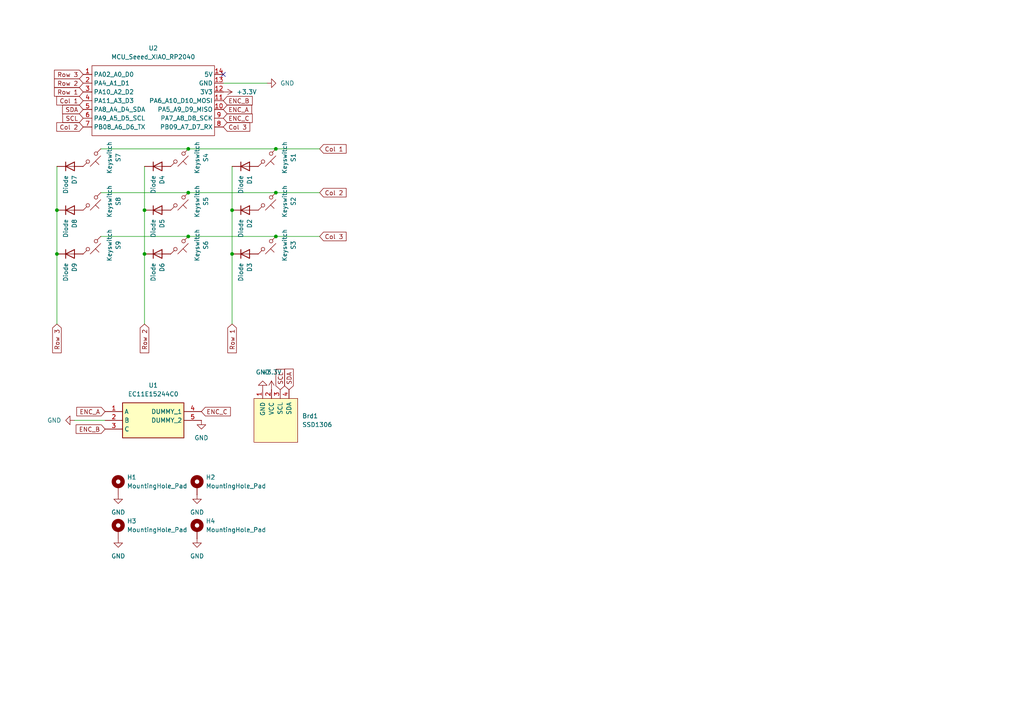
<source format=kicad_sch>
(kicad_sch (version 20231120) (generator "eeschema") (generator_version "8.0")
  (paper "A4")
  (lib_symbols
    (symbol "Mechanical:MountingHole_Pad" (pin_numbers hide) (pin_names (offset 1.016) hide) (exclude_from_sim yes) (in_bom no)
      (property "Reference" "H" (at 0 6.35 0))
      (property "Value" "MountingHole_Pad" (at 0 4.445 0))
      (symbol "MountingHole_Pad_0_1"
        (circle (center 0 1.27) (radius 1.27) (stroke (width 1.27)))
      )
      (symbol "MountingHole_Pad_1_1"
        (pin input line (at 0 -2.54 90) (length 2.54) (name "1") (number "1"))
      )
    )
    (symbol "ScottoKeebs:MCU_Seeed_XIAO_RP2040"
      (property "Reference" "U" (at -16.51 11.43 0))
      (property "Value" "MCU_Seeed_XIAO_RP2040" (at -3.81 -11.43 0))
      (symbol "MCU_Seeed_XIAO_RP2040_0_1"
        (rectangle (start -16.51 10.16) (end 19.05 -10.16))
      )
      (symbol "MCU_Seeed_XIAO_RP2040_1_1"
        (pin passive line (at -19.05 7.62 0) (length 2.54) (name "PA02_A0_D0") (number "1"))
        (pin passive line (at 21.59 -2.54 180) (length 2.54) (name "PA5_A9_D9_MISO") (number "10"))
        (pin passive line (at 21.59 0 180) (length 2.54) (name "PA6_A10_D10_MOSI") (number "11"))
        (pin passive line (at 21.59 2.54 180) (length 2.54) (name "3V3") (number "12"))
        (pin passive line (at 21.59 5.08 180) (length 2.54) (name "GND") (number "13"))
        (pin passive line (at 21.59 7.62 180) (length 2.54) (name "5V") (number "14"))
        (pin passive line (at -19.05 5.08 0) (length 2.54) (name "PA4_A1_D1") (number "2"))
        (pin passive line (at -19.05 2.54 0) (length 2.54) (name "PA10_A2_D2") (number "3"))
        (pin passive line (at -19.05 0 0) (length 2.54) (name "PA11_A3_D3") (number "4"))
        (pin passive line (at -19.05 -2.54 0) (length 2.54) (name "PA8_A4_D4_SDA") (number "5"))
        (pin passive line (at -19.05 -5.08 0) (length 2.54) (name "PA9_A5_D5_SCL") (number "6"))
        (pin passive line (at -19.05 -7.62 0) (length 2.54) (name "PB08_A6_D6_TX") (number "7"))
        (pin passive line (at 21.59 -7.62 180) (length 2.54) (name "PB09_A7_D7_RX") (number "8"))
        (pin passive line (at 21.59 -5.08 180) (length 2.54) (name "PA7_A8_D8_SCK") (number "9"))
      )
    )
    (symbol "ScottoKeebs:Placeholder_Diode" (pin_numbers hide) (pin_names hide)
      (property "Reference" "D" (at 0 2.54 0))
      (property "Value" "Diode" (at 0 -2.54 0))
      (symbol "Placeholder_Diode_0_1"
        (polyline (pts (xy -1.27 1.27) (xy -1.27 -1.27)) (stroke (width 0.254)))
        (polyline (pts (xy 1.27 0) (xy -1.27 0)))
        (polyline (pts (xy 1.27 1.27) (xy 1.27 -1.27) (xy -1.27 0) (xy 1.27 1.27)) (stroke (width 0.254)))
      )
      (symbol "Placeholder_Diode_1_1"
        (pin passive line (at -3.81 0 0) (length 2.54) (name "K") (number "1"))
        (pin passive line (at 3.81 0 180) (length 2.54) (name "A") (number "2"))
      )
    )
    (symbol "ScottoKeebs:Placeholder_Keyswitch" (pin_numbers hide) (pin_names (offset 1.016) hide)
      (property "Reference" "S" (at 3.048 1.016 0))
      (property "Value" "Keyswitch" (at 0 -3.81 0))
      (symbol "Placeholder_Keyswitch_0_1"
        (circle (center -1.1684 1.1684) (radius 0.508))
        (polyline (pts (xy -0.508 2.54) (xy 2.54 -0.508)))
        (polyline (pts (xy 1.016 1.016) (xy 2.032 2.032)))
        (polyline (pts (xy -2.54 2.54) (xy -1.524 1.524) (xy -1.524 1.524)))
        (polyline (pts (xy 1.524 -1.524) (xy 2.54 -2.54) (xy 2.54 -2.54) (xy 2.54 -2.54)))
        (circle (center 1.143 -1.1938) (radius 0.508))
        (pin passive line (at -2.54 2.54 0) (length 0) (name "1") (number "1"))
        (pin passive line (at 2.54 -2.54 180) (length 0) (name "2") (number "2"))
      )
    )
    (symbol "display:SSD1306" (pin_names (offset 1.016))
      (property "Reference" "Brd" (at 0 -3.81 0))
      (property "Value" "SSD1306" (at 0 -1.27 0))
      (symbol "SSD1306_0_1"
        (rectangle (start -6.35 6.35) (end 6.35 -6.35) (fill (type background)))
      )
      (symbol "SSD1306_1_1"
        (pin input line (at -3.81 8.89 270) (length 2.54) (name "GND") (number "1"))
        (pin input line (at -1.27 8.89 270) (length 2.54) (name "VCC") (number "2"))
        (pin input line (at 1.27 8.89 270) (length 2.54) (name "SCL") (number "3"))
        (pin input line (at 3.81 8.89 270) (length 2.54) (name "SDA") (number "4"))
      )
    )
    (symbol "power:+3.3V" (power) (pin_numbers hide) (pin_names (offset 0) hide)
      (property "Value" "+3.3V" (at 0 3.556 0))
      (symbol "+3.3V_0_1"
        (polyline (pts (xy -0.762 1.27) (xy 0 2.54)))
        (polyline (pts (xy 0 0) (xy 0 2.54)))
        (polyline (pts (xy 0 2.54) (xy 0.762 1.27)))
      )
      (symbol "+3.3V_1_1"
        (pin power_in line (at 0 0 90) (length 0) (name "~") (number "1"))
      )
    )
    (symbol "power:GND" (power) (pin_numbers hide) (pin_names (offset 0) hide)
      (property "Value" "GND" (at 0 -3.81 0))
      (symbol "GND_0_1"
        (polyline (pts (xy 0 0) (xy 0 -1.27) (xy 1.27 -1.27) (xy 0 -2.54) (xy -1.27 -1.27) (xy 0 -1.27)))
      )
      (symbol "GND_1_1"
        (pin power_in line (at 0 0 270) (length 0) (name "~") (number "1"))
      )
    )
    (symbol "rotary:EC11E15244C0"
      (property "Reference" "U" (at 24.13 7.62 0))
      (property "Value" "EC11E15244C0" (at 24.13 5.08 0))
      (symbol "EC11E15244C0_1_1"
        (rectangle (start 5.08 2.54) (end 22.86 -7.62) (stroke (width 0.254)) (fill (type background)))
        (pin passive line (at 0 0 0) (length 5.08) (name "A") (number "1"))
        (pin passive line (at 0 -2.54 0) (length 5.08) (name "B") (number "2"))
        (pin passive line (at 0 -5.08 0) (length 5.08) (name "C") (number "3"))
        (pin passive line (at 27.94 0 180) (length 5.08) (name "DUMMY_1") (number "4"))
        (pin passive line (at 27.94 -2.54 180) (length 5.08) (name "DUMMY_2") (number "5"))
      )
    )
  )
  (junction (at 54.61 55.88))
  (junction (at 67.31 60.96))
  (junction (at 41.91 73.66))
  (junction (at 54.61 68.58))
  (junction (at 16.51 60.96))
  (junction (at 41.91 60.96))
  (junction (at 80.01 55.88))
  (junction (at 54.61 43.18))
  (junction (at 80.01 43.18))
  (junction (at 80.01 68.58))
  (junction (at 67.31 73.66))
  (junction (at 16.51 73.66))
  (no_connect (at 64.77 21.59))
  (wire (pts (xy 54.61 55.88) (xy 29.21 55.88)))
  (wire (pts (xy 80.01 68.58) (xy 54.61 68.58)))
  (wire (pts (xy 92.71 55.88) (xy 80.01 55.88)))
  (wire (pts (xy 80.01 43.18) (xy 54.61 43.18)))
  (wire (pts (xy 80.01 55.88) (xy 54.61 55.88)))
  (wire (pts (xy 41.91 60.96) (xy 41.91 73.66)))
  (wire (pts (xy 41.91 73.66) (xy 41.91 93.98)))
  (wire (pts (xy 54.61 43.18) (xy 29.21 43.18)))
  (wire (pts (xy 67.31 60.96) (xy 67.31 73.66)))
  (wire (pts (xy 54.61 68.58) (xy 29.21 68.58)))
  (wire (pts (xy 41.91 48.26) (xy 41.91 60.96)))
  (wire (pts (xy 92.71 43.18) (xy 80.01 43.18)))
  (wire (pts (xy 16.51 73.66) (xy 16.51 93.98)))
  (wire (pts (xy 64.77 24.13) (xy 77.47 24.13)))
  (wire (pts (xy 67.31 73.66) (xy 67.31 93.98)))
  (wire (pts (xy 92.71 68.58) (xy 80.01 68.58)))
  (wire (pts (xy 16.51 48.26) (xy 16.51 60.96)))
  (wire (pts (xy 21.59 121.92) (xy 30.48 121.92)))
  (wire (pts (xy 67.31 48.26) (xy 67.31 60.96)))
  (wire (pts (xy 16.51 60.96) (xy 16.51 73.66)))
  (global_label "ENC_C" (shape input) (at 58.42 119.38 0) (property "Intersheetrefs" "${INTERSHEET_REFS}" (effects (hide yes))))
  (global_label "ENC_C" (shape input) (at 64.77 34.29 0) (property "Intersheetrefs" "${INTERSHEET_REFS}" (effects (hide yes))))
  (global_label "Col 3" (shape input) (at 92.71 68.58 0) (property "Intersheetrefs" "${INTERSHEET_REFS}" (effects (hide yes))))
  (global_label "Row 3" (shape input) (at 24.13 21.59 180) (property "Intersheetrefs" "${INTERSHEET_REFS}" (effects (hide yes))))
  (global_label "Col 1" (shape input) (at 24.13 29.21 180) (property "Intersheetrefs" "${INTERSHEET_REFS}" (effects (hide yes))))
  (global_label "SCL" (shape input) (at 24.13 34.29 180) (property "Intersheetrefs" "${INTERSHEET_REFS}" (effects (hide yes))))
  (global_label "Col 2" (shape input) (at 24.13 36.83 180) (property "Intersheetrefs" "${INTERSHEET_REFS}" (effects (hide yes))))
  (global_label "Row 1" (shape input) (at 67.31 93.98 270) (property "Intersheetrefs" "${INTERSHEET_REFS}" (effects (hide yes))))
  (global_label "Col 1" (shape input) (at 92.71 43.18 0) (property "Intersheetrefs" "${INTERSHEET_REFS}" (effects (hide yes))))
  (global_label "ENC_B" (shape input) (at 30.48 124.46 180) (property "Intersheetrefs" "${INTERSHEET_REFS}" (effects (hide yes))))
  (global_label "ENC_B" (shape input) (at 64.77 29.21 0) (property "Intersheetrefs" "${INTERSHEET_REFS}" (effects (hide yes))))
  (global_label "Col 3" (shape input) (at 64.77 36.83 0) (property "Intersheetrefs" "${INTERSHEET_REFS}" (effects (hide yes))))
  (global_label "Row 2" (shape input) (at 41.91 93.98 270) (property "Intersheetrefs" "${INTERSHEET_REFS}" (effects (hide yes))))
  (global_label "ENC_A" (shape input) (at 64.77 31.75 0) (property "Intersheetrefs" "${INTERSHEET_REFS}" (effects (hide yes))))
  (global_label "SDA" (shape input) (at 83.82 113.03 90) (property "Intersheetrefs" "${INTERSHEET_REFS}" (effects (hide yes))))
  (global_label "Row 2" (shape input) (at 24.13 24.13 180) (property "Intersheetrefs" "${INTERSHEET_REFS}" (effects (hide yes))))
  (global_label "Col 2" (shape input) (at 92.71 55.88 0) (property "Intersheetrefs" "${INTERSHEET_REFS}" (effects (hide yes))))
  (global_label "SCL" (shape input) (at 81.28 113.03 90) (property "Intersheetrefs" "${INTERSHEET_REFS}" (effects (hide yes))))
  (global_label "Row 3" (shape input) (at 16.51 93.98 270) (property "Intersheetrefs" "${INTERSHEET_REFS}" (effects (hide yes))))
  (global_label "ENC_A" (shape input) (at 30.48 119.38 180) (property "Intersheetrefs" "${INTERSHEET_REFS}" (effects (hide yes))))
  (global_label "Row 1" (shape input) (at 24.13 26.67 180) (property "Intersheetrefs" "${INTERSHEET_REFS}" (effects (hide yes))))
  (global_label "SDA" (shape input) (at 24.13 31.75 180) (property "Intersheetrefs" "${INTERSHEET_REFS}" (effects (hide yes))))
  (symbol (lib_id "ScottoKeebs:Placeholder_Diode") (at 45.72 73.66 0) (unit 1)
    (property "Reference" "D6" (at 46.9901 76.2 90) (effects (justify right)))
    (property "Value" "Diode" (at 44.4501 76.2 90) (effects (justify right)))
    (property "Footprint" "ScottoKeebs_Components:Diode_DO-35" (effects (hide yes)))
    (property "Description" "1N4148 (DO-35) or 1N4148W (SOD-123)" (effects (hide yes)))
    (property "Sim.Device" "D" (effects (hide yes)))
    (property "Sim.Pins" "1=K 2=A" (effects (hide yes)))
  )
  (symbol (lib_id "ScottoKeebs:Placeholder_Keyswitch") (at 52.07 58.42 270) (unit 1)
    (property "Reference" "S5" (at 59.69 58.42 0))
    (property "Value" "Keyswitch" (at 57.15 58.42 0))
    (property "Footprint" "Kailh_PG1353_Hotswap:Kailh-PG1353-Hotswap-1U" (effects (hide yes)))
    (property "Description" "Push button switch, normally open, two pins, 45° tilted" (effects (hide yes)))
  )
  (symbol (lib_id "display:SSD1306") (at 80.01 121.92 0) (unit 1)
    (property "Reference" "Brd1" (at 87.63 120.6499 0) (effects (justify left)))
    (property "Value" "SSD1306" (at 87.63 123.1899 0) (effects (justify left)))
    (property "Footprint" "display:128x64OLED" (effects (hide yes)))
    (property "Description" "SSD1306 OLED" (effects (hide yes)))
  )
  (symbol (lib_id "ScottoKeebs:Placeholder_Diode") (at 71.12 60.96 0) (unit 1)
    (property "Reference" "D2" (at 72.3901 63.5 90) (effects (justify right)))
    (property "Value" "Diode" (at 69.8501 63.5 90) (effects (justify right)))
    (property "Footprint" "ScottoKeebs_Components:Diode_DO-35" (effects (hide yes)))
    (property "Description" "1N4148 (DO-35) or 1N4148W (SOD-123)" (effects (hide yes)))
    (property "Sim.Device" "D" (effects (hide yes)))
    (property "Sim.Pins" "1=K 2=A" (effects (hide yes)))
  )
  (symbol (lib_id "Mechanical:MountingHole_Pad") (at 34.29 140.97 0) (unit 1) (exclude_from_sim yes) (in_bom no)
    (property "Reference" "H1" (at 36.83 138.4299 0) (effects (justify left)))
    (property "Value" "MountingHole_Pad" (at 36.83 140.9699 0) (effects (justify left)))
    (property "Footprint" "MountingHole:MountingHole_2.5mm_Pad_Via" (effects (hide yes)))
    (property "Description" "Mounting Hole with connection" (effects (hide yes)))
  )
  (symbol (lib_id "ScottoKeebs:Placeholder_Diode") (at 45.72 60.96 0) (unit 1)
    (property "Reference" "D5" (at 46.9901 63.5 90) (effects (justify right)))
    (property "Value" "Diode" (at 44.4501 63.5 90) (effects (justify right)))
    (property "Footprint" "ScottoKeebs_Components:Diode_DO-35" (effects (hide yes)))
    (property "Description" "1N4148 (DO-35) or 1N4148W (SOD-123)" (effects (hide yes)))
    (property "Sim.Device" "D" (effects (hide yes)))
    (property "Sim.Pins" "1=K 2=A" (effects (hide yes)))
  )
  (symbol (lib_id "Mechanical:MountingHole_Pad") (at 34.29 153.67 0) (unit 1) (exclude_from_sim yes) (in_bom no)
    (property "Reference" "H3" (at 36.83 151.1299 0) (effects (justify left)))
    (property "Value" "MountingHole_Pad" (at 36.83 153.6699 0) (effects (justify left)))
    (property "Footprint" "MountingHole:MountingHole_2.5mm_Pad_Via" (effects (hide yes)))
    (property "Description" "Mounting Hole with connection" (effects (hide yes)))
  )
  (symbol (lib_id "ScottoKeebs:MCU_Seeed_XIAO_RP2040") (at 43.18 29.21 0) (unit 1)
    (property "Reference" "U2" (at 44.45 13.97 0))
    (property "Value" "MCU_Seeed_XIAO_RP2040" (at 44.45 16.51 0))
    (property "Footprint" "ScottoKeebs_MCU:Seeed_XIAO_RP2040" (effects (hide yes)))
  )
  (symbol (lib_id "ScottoKeebs:Placeholder_Diode") (at 45.72 48.26 0) (unit 1)
    (property "Reference" "D4" (at 46.9901 50.8 90) (effects (justify right)))
    (property "Value" "Diode" (at 44.4501 50.8 90) (effects (justify right)))
    (property "Footprint" "ScottoKeebs_Components:Diode_DO-35" (effects (hide yes)))
    (property "Description" "1N4148 (DO-35) or 1N4148W (SOD-123)" (effects (hide yes)))
    (property "Sim.Device" "D" (effects (hide yes)))
    (property "Sim.Pins" "1=K 2=A" (effects (hide yes)))
  )
  (symbol (lib_id "ScottoKeebs:Placeholder_Keyswitch") (at 52.07 45.72 270) (unit 1)
    (property "Reference" "S4" (at 59.69 45.72 0))
    (property "Value" "Keyswitch" (at 57.15 45.72 0))
    (property "Footprint" "Kailh_PG1353_Hotswap:Kailh-PG1353-Hotswap-1U" (effects (hide yes)))
    (property "Description" "Push button switch, normally open, two pins, 45° tilted" (effects (hide yes)))
  )
  (symbol (lib_id "power:GND") (at 76.2 113.03 180) (unit 1)
    (property "Reference" "#PWR05" (effects (hide yes)))
    (property "Value" "GND" (at 76.2 107.95 0))
    (property "Description" "Power symbol creates a global label with name \"GND\" , ground" (effects (hide yes)))
  )
  (symbol (lib_id "power:+3.3V") (at 78.74 113.03 0) (unit 1)
    (property "Reference" "#PWR04" (effects (hide yes)))
    (property "Value" "+3.3V" (at 78.74 107.95 0))
    (property "Description" "Power symbol creates a global label with name \"+3.3V\"" (effects (hide yes)))
  )
  (symbol (lib_id "power:+3.3V") (at 64.77 26.67 270) (unit 1)
    (property "Reference" "#PWR06" (effects (hide yes)))
    (property "Value" "+3.3V" (at 68.58 26.6699 90) (effects (justify left)))
    (property "Description" "Power symbol creates a global label with name \"+3.3V\"" (effects (hide yes)))
  )
  (symbol (lib_id "Mechanical:MountingHole_Pad") (at 57.15 153.67 0) (unit 1) (exclude_from_sim yes) (in_bom no)
    (property "Reference" "H4" (at 59.69 151.1299 0) (effects (justify left)))
    (property "Value" "MountingHole_Pad" (at 59.69 153.6699 0) (effects (justify left)))
    (property "Footprint" "MountingHole:MountingHole_2.5mm_Pad_Via" (effects (hide yes)))
    (property "Description" "Mounting Hole with connection" (effects (hide yes)))
  )
  (symbol (lib_id "ScottoKeebs:Placeholder_Diode") (at 20.32 60.96 0) (unit 1)
    (property "Reference" "D8" (at 21.5901 63.5 90) (effects (justify right)))
    (property "Value" "Diode" (at 19.0501 63.5 90) (effects (justify right)))
    (property "Footprint" "ScottoKeebs_Components:Diode_DO-35" (effects (hide yes)))
    (property "Description" "1N4148 (DO-35) or 1N4148W (SOD-123)" (effects (hide yes)))
    (property "Sim.Device" "D" (effects (hide yes)))
    (property "Sim.Pins" "1=K 2=A" (effects (hide yes)))
  )
  (symbol (lib_id "power:GND") (at 34.29 156.21 0) (unit 1)
    (property "Reference" "#PWR09" (effects (hide yes)))
    (property "Value" "GND" (at 34.29 161.29 0))
    (property "Description" "Power symbol creates a global label with name \"GND\" , ground" (effects (hide yes)))
  )
  (symbol (lib_id "ScottoKeebs:Placeholder_Diode") (at 20.32 48.26 0) (unit 1)
    (property "Reference" "D7" (at 21.5901 50.8 90) (effects (justify right)))
    (property "Value" "Diode" (at 19.0501 50.8 90) (effects (justify right)))
    (property "Footprint" "ScottoKeebs_Components:Diode_DO-35" (effects (hide yes)))
    (property "Description" "1N4148 (DO-35) or 1N4148W (SOD-123)" (effects (hide yes)))
    (property "Sim.Device" "D" (effects (hide yes)))
    (property "Sim.Pins" "1=K 2=A" (effects (hide yes)))
  )
  (symbol (lib_id "ScottoKeebs:Placeholder_Keyswitch") (at 26.67 71.12 270) (unit 1)
    (property "Reference" "S9" (at 34.29 71.12 0))
    (property "Value" "Keyswitch" (at 31.75 71.12 0))
    (property "Footprint" "Kailh_PG1353_Hotswap:Kailh-PG1353-Hotswap-1U" (effects (hide yes)))
    (property "Description" "Push button switch, normally open, two pins, 45° tilted" (effects (hide yes)))
  )
  (symbol (lib_id "rotary:EC11E15244C0") (at 30.48 119.38 0) (unit 1)
    (property "Reference" "U1" (at 44.45 111.76 0))
    (property "Value" "EC11E15244C0" (at 44.45 114.3 0))
    (property "Footprint" "EC11B202440M" (effects (hide yes)))
    (property "Datasheet" "https://componentsearchengine.com/Datasheets/2/EC11E15244C0.pdf" (effects (hide yes)))
    (property "Description" "Encoder, LP, 11mm, 15 pulse, switched Alps 15 Pulse Incremental Mechanical Rotary Encoder with a 6 mm Flat Shaft, Through Hole" (effects (hide yes)))
    (property "Manufacturer_Name" "ALPS Electric" (effects (hide yes)))
    (property "Manufacturer_Part_Number" "EC11E15244C0" (effects (hide yes)))
  )
  (symbol (lib_id "power:GND") (at 57.15 143.51 0) (unit 1)
    (property "Reference" "#PWR08" (effects (hide yes)))
    (property "Value" "GND" (at 57.15 148.59 0))
    (property "Description" "Power symbol creates a global label with name \"GND\" , ground" (effects (hide yes)))
  )
  (symbol (lib_id "power:GND") (at 34.29 143.51 0) (unit 1)
    (property "Reference" "#PWR07" (effects (hide yes)))
    (property "Value" "GND" (at 34.29 148.59 0))
    (property "Description" "Power symbol creates a global label with name \"GND\" , ground" (effects (hide yes)))
  )
  (symbol (lib_id "Mechanical:MountingHole_Pad") (at 57.15 140.97 0) (unit 1) (exclude_from_sim yes) (in_bom no)
    (property "Reference" "H2" (at 59.69 138.4299 0) (effects (justify left)))
    (property "Value" "MountingHole_Pad" (at 59.69 140.9699 0) (effects (justify left)))
    (property "Footprint" "MountingHole:MountingHole_2.5mm_Pad_Via" (effects (hide yes)))
    (property "Description" "Mounting Hole with connection" (effects (hide yes)))
  )
  (symbol (lib_id "power:GND") (at 58.42 121.92 0) (unit 1)
    (property "Reference" "#PWR02" (effects (hide yes)))
    (property "Value" "GND" (at 58.42 127 0))
    (property "Description" "Power symbol creates a global label with name \"GND\" , ground" (effects (hide yes)))
  )
  (symbol (lib_id "ScottoKeebs:Placeholder_Keyswitch") (at 26.67 45.72 270) (unit 1)
    (property "Reference" "S7" (at 34.29 45.72 0))
    (property "Value" "Keyswitch" (at 31.75 45.72 0))
    (property "Footprint" "Kailh_PG1353_Hotswap:Kailh-PG1353-Hotswap-1U" (effects (hide yes)))
    (property "Description" "Push button switch, normally open, two pins, 45° tilted" (effects (hide yes)))
  )
  (symbol (lib_id "ScottoKeebs:Placeholder_Diode") (at 20.32 73.66 0) (unit 1)
    (property "Reference" "D9" (at 21.5901 76.2 90) (effects (justify right)))
    (property "Value" "Diode" (at 19.0501 76.2 90) (effects (justify right)))
    (property "Footprint" "ScottoKeebs_Components:Diode_DO-35" (effects (hide yes)))
    (property "Description" "1N4148 (DO-35) or 1N4148W (SOD-123)" (effects (hide yes)))
    (property "Sim.Device" "D" (effects (hide yes)))
    (property "Sim.Pins" "1=K 2=A" (effects (hide yes)))
  )
  (symbol (lib_id "ScottoKeebs:Placeholder_Diode") (at 71.12 48.26 0) (unit 1)
    (property "Reference" "D1" (at 72.3901 50.8 90) (effects (justify right)))
    (property "Value" "Diode" (at 69.8501 50.8 90) (effects (justify right)))
    (property "Footprint" "ScottoKeebs_Components:Diode_DO-35" (effects (hide yes)))
    (property "Description" "1N4148 (DO-35) or 1N4148W (SOD-123)" (effects (hide yes)))
    (property "Sim.Device" "D" (effects (hide yes)))
    (property "Sim.Pins" "1=K 2=A" (effects (hide yes)))
  )
  (symbol (lib_id "ScottoKeebs:Placeholder_Keyswitch") (at 77.47 58.42 270) (unit 1)
    (property "Reference" "S2" (at 85.09 58.42 0))
    (property "Value" "Keyswitch" (at 82.55 58.42 0))
    (property "Footprint" "Kailh_PG1353_Hotswap:Kailh-PG1353-Hotswap-1U" (effects (hide yes)))
    (property "Description" "Push button switch, normally open, two pins, 45° tilted" (effects (hide yes)))
  )
  (symbol (lib_id "power:GND") (at 57.15 156.21 0) (unit 1)
    (property "Reference" "#PWR010" (effects (hide yes)))
    (property "Value" "GND" (at 57.15 161.29 0))
    (property "Description" "Power symbol creates a global label with name \"GND\" , ground" (effects (hide yes)))
  )
  (symbol (lib_id "ScottoKeebs:Placeholder_Keyswitch") (at 77.47 71.12 270) (unit 1)
    (property "Reference" "S3" (at 85.09 71.12 0))
    (property "Value" "Keyswitch" (at 82.55 71.12 0))
    (property "Footprint" "Kailh_PG1353_Hotswap:Kailh-PG1353-Hotswap-1U" (effects (hide yes)))
    (property "Description" "Push button switch, normally open, two pins, 45° tilted" (effects (hide yes)))
  )
  (symbol (lib_id "power:GND") (at 77.47 24.13 90) (unit 1)
    (property "Reference" "#PWR01" (effects (hide yes)))
    (property "Value" "GND" (at 81.28 24.1299 90) (effects (justify right)))
    (property "Description" "Power symbol creates a global label with name \"GND\" , ground" (effects (hide yes)))
  )
  (symbol (lib_id "ScottoKeebs:Placeholder_Keyswitch") (at 26.67 58.42 270) (unit 1)
    (property "Reference" "S8" (at 34.29 58.42 0))
    (property "Value" "Keyswitch" (at 31.75 58.42 0))
    (property "Footprint" "Kailh_PG1353_Hotswap:Kailh-PG1353-Hotswap-1U" (effects (hide yes)))
    (property "Description" "Push button switch, normally open, two pins, 45° tilted" (effects (hide yes)))
  )
  (symbol (lib_id "ScottoKeebs:Placeholder_Keyswitch") (at 77.47 45.72 270) (unit 1)
    (property "Reference" "S1" (at 85.09 45.72 0))
    (property "Value" "Keyswitch" (at 82.55 45.72 0))
    (property "Footprint" "Kailh_PG1353_Hotswap:Kailh-PG1353-Hotswap-1U" (effects (hide yes)))
    (property "Description" "Push button switch, normally open, two pins, 45° tilted" (effects (hide yes)))
  )
  (symbol (lib_id "power:GND") (at 21.59 121.92 270) (unit 1)
    (property "Reference" "#PWR03" (effects (hide yes)))
    (property "Value" "GND" (at 17.78 121.9199 90) (effects (justify right)))
    (property "Description" "Power symbol creates a global label with name \"GND\" , ground" (effects (hide yes)))
  )
  (symbol (lib_id "ScottoKeebs:Placeholder_Keyswitch") (at 52.07 71.12 270) (unit 1)
    (property "Reference" "S6" (at 59.69 71.12 0))
    (property "Value" "Keyswitch" (at 57.15 71.12 0))
    (property "Footprint" "Kailh_PG1353_Hotswap:Kailh-PG1353-Hotswap-1U" (effects (hide yes)))
    (property "Description" "Push button switch, normally open, two pins, 45° tilted" (effects (hide yes)))
  )
  (symbol (lib_id "ScottoKeebs:Placeholder_Diode") (at 71.12 73.66 0) (unit 1)
    (property "Reference" "D3" (at 72.3901 76.2 90) (effects (justify right)))
    (property "Value" "Diode" (at 69.8501 76.2 90) (effects (justify right)))
    (property "Footprint" "ScottoKeebs_Components:Diode_DO-35" (effects (hide yes)))
    (property "Description" "1N4148 (DO-35) or 1N4148W (SOD-123)" (effects (hide yes)))
    (property "Sim.Device" "D" (effects (hide yes)))
    (property "Sim.Pins" "1=K 2=A" (effects (hide yes)))
  )
)
</source>
